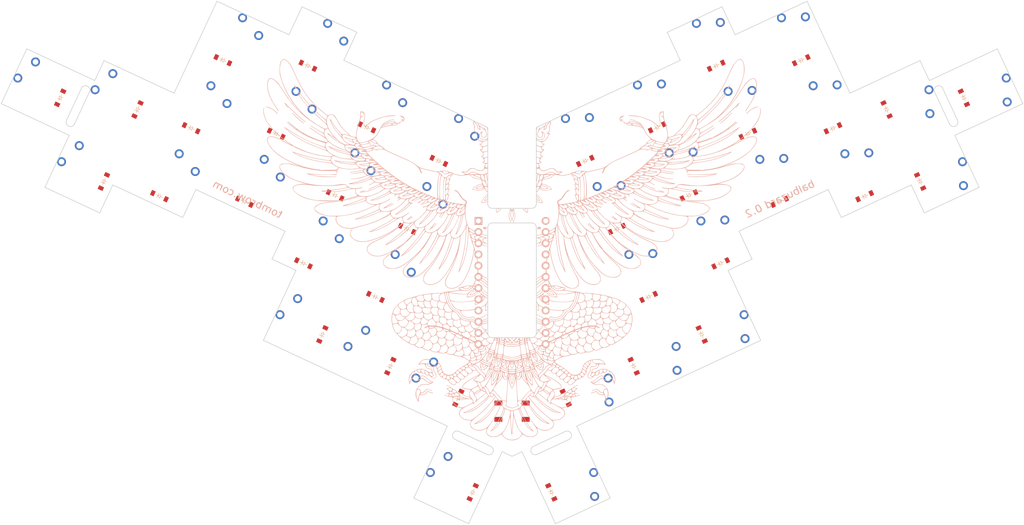
<source format=kicad_pcb>
(kicad_pcb (version 20171130) (host pcbnew "(5.1.8-0-10_14)")
  (title_block (title KEYBOARD_NAME_HERE) (rev VERSION_HERE) (company YOUR_NAME_HERE))
  (layers (0 F.Cu signal) (31 B.Cu signal) (34 B.Paste user) (35 F.Paste user) (36 B.SilkS user) (37 F.SilkS user) (38 B.Mask user) (39 F.Mask user) (44 Edge.Cuts user))
  (net 0 "")
  (net 1 pinky_bottom)
  (net 2 P20)
  (net 3 P8)
  (net 4 pinky_home)
  (net 5 P21)
  (net 6 pinky_top)
  (net 7 P2)
  (net 8 ring_bottom)
  (net 9 P19)
  (net 10 ring_home)
  (net 11 ring_top)
  (net 12 middle_bottom)
  (net 13 P18)
  (net 14 middle_home)
  (net 15 middle_top)
  (net 16 index_bottom)
  (net 17 P15)
  (net 18 index_home)
  (net 19 index_top)
  (net 20 inner_bottom)
  (net 21 P14)
  (net 22 inner_home)
  (net 23 inner_top)
  (net 24 nearer_thumb)
  (net 25 P16)
  (net 26 near_thumb)
  (net 27 home_thumb)
  (net 28 far_thumb)
  (net 29 mirror_pinky_bottom)
  (net 30 P3)
  (net 31 mirror_pinky_home)
  (net 32 mirror_pinky_top)
  (net 33 mirror_ring_bottom)
  (net 34 P4)
  (net 35 mirror_ring_home)
  (net 36 mirror_ring_top)
  (net 37 mirror_middle_bottom)
  (net 38 P5)
  (net 39 mirror_middle_home)
  (net 40 mirror_middle_top)
  (net 41 mirror_index_bottom)
  (net 42 P6)
  (net 43 mirror_index_home)
  (net 44 mirror_index_top)
  (net 45 mirror_inner_bottom)
  (net 46 P7)
  (net 47 mirror_inner_home)
  (net 48 mirror_inner_top)
  (net 49 mirror_nearer_thumb)
  (net 50 mirror_near_thumb)
  (net 51 mirror_home_thumb)
  (net 52 mirror_far_thumb)
  (net 53 RAW)
  (net 54 GND)
  (net 55 RST)
  (net 56 VCC)
  (net 57 P10)
  (net 58 P1)
  (net 59 P0)
  (net 60 P9)
  (module balbuzard_pro:artwork (layer F.Cu) (at 97.475 36.08546)
    (fp_text reference G*** hide)
    (fp_text value LOGO hide)
  )
  (module PG1350 (layer F.Cu) (at 0.453154 0.211309 65)
    (fp_text reference S1 hide)
    (fp_text value "" hide)
    (pad 1 thru_hole circle (at 5 -3.8) (size 2.032 2.032) (drill 1.27) (layers *.Cu *.Mask) (net 1 pinky_bottom))
    (pad 2 thru_hole circle (at 0 -5.9) (size 2.032 2.032) (drill 1.27) (layers *.Cu *.Mask) (net 2 P20))
    (pad "" np_thru_hole circle (at 0 0) (size 3.429 3.429) (drill 3.429) (layers *.Cu *.Mask))
    (pad "" np_thru_hole circle (at 5.5 0) (size 1.7018 1.7018) (drill 1.7018) (layers *.Cu *.Mask))
    (pad "" np_thru_hole circle (at -5.5 0) (size 1.7018 1.7018) (drill 1.7018) (layers *.Cu *.Mask))
  )
  (module ComboDiode (layer F.Cu) (at 4.712801 2.197615 65)
    (fp_text reference D1 hide)
    (fp_text value "" hide)
    (pad 1 smd rect (at -1.65 0 65) (size 0.9 1.2) (layers F.Cu F.Paste F.Mask) (net 3 P8))
    (pad 2 smd rect (at 1.65 0 65) (size 0.9 1.2) (layers F.Cu F.Paste F.Mask) (net 1 pinky_bottom))
  )
  (module PG1350 (layer F.Cu) (at 8.060283 -16.102231 65)
    (fp_text reference S2 hide)
    (fp_text value "" hide)
    (pad 1 thru_hole circle (at 5 -3.8) (size 2.032 2.032) (drill 1.27) (layers *.Cu *.Mask) (net 4 pinky_home))
    (pad 2 thru_hole circle (at 0 -5.9) (size 2.032 2.032) (drill 1.27) (layers *.Cu *.Mask) (net 2 P20))
    (pad "" np_thru_hole circle (at 0 0) (size 3.429 3.429) (drill 3.429) (layers *.Cu *.Mask))
    (pad "" np_thru_hole circle (at 5.5 0) (size 1.7018 1.7018) (drill 1.7018) (layers *.Cu *.Mask))
    (pad "" np_thru_hole circle (at -5.5 0) (size 1.7018 1.7018) (drill 1.7018) (layers *.Cu *.Mask))
  )
  (module ComboDiode (layer F.Cu) (at 12.319929 -14.115925 65)
    (fp_text reference D2 hide)
    (fp_text value "" hide)
    (pad 1 smd rect (at -1.65 0 65) (size 0.9 1.2) (layers F.Cu F.Paste F.Mask) (net 5 P21))
    (pad 2 smd rect (at 1.65 0 65) (size 0.9 1.2) (layers F.Cu F.Paste F.Mask) (net 4 pinky_home))
  )
  (module PG1350 (layer F.Cu) (at -9.460041 -18.755203 65)
    (fp_text reference S3 hide)
    (fp_text value "" hide)
    (pad 1 thru_hole circle (at 5 -3.8) (size 2.032 2.032) (drill 1.27) (layers *.Cu *.Mask) (net 6 pinky_top))
    (pad 2 thru_hole circle (at 0 -5.9) (size 2.032 2.032) (drill 1.27) (layers *.Cu *.Mask) (net 2 P20))
    (pad "" np_thru_hole circle (at 0 0) (size 3.429 3.429) (drill 3.429) (layers *.Cu *.Mask))
    (pad "" np_thru_hole circle (at 5.5 0) (size 1.7018 1.7018) (drill 1.7018) (layers *.Cu *.Mask))
    (pad "" np_thru_hole circle (at -5.5 0) (size 1.7018 1.7018) (drill 1.7018) (layers *.Cu *.Mask))
  )
  (module ComboDiode (layer F.Cu) (at -5.200395 -16.768897 65)
    (fp_text reference D3 hide)
    (fp_text value "" hide)
    (pad 1 smd rect (at -1.65 0 65) (size 0.9 1.2) (layers F.Cu F.Paste F.Mask) (net 7 P2))
    (pad 2 smd rect (at 1.65 0 65) (size 0.9 1.2) (layers F.Cu F.Paste F.Mask) (net 6 pinky_top))
  )
  (module PG1350 (layer F.Cu) (at 19.271868 1.262974 335)
    (fp_text reference S4 hide)
    (fp_text value "" hide)
    (pad 1 thru_hole circle (at 5 -3.8) (size 2.032 2.032) (drill 1.27) (layers *.Cu *.Mask) (net 8 ring_bottom))
    (pad 2 thru_hole circle (at 0 -5.9) (size 2.032 2.032) (drill 1.27) (layers *.Cu *.Mask) (net 9 P19))
    (pad "" np_thru_hole circle (at 0 0) (size 3.429 3.429) (drill 3.429) (layers *.Cu *.Mask))
    (pad "" np_thru_hole circle (at 5.5 0) (size 1.7018 1.7018) (drill 1.7018) (layers *.Cu *.Mask))
    (pad "" np_thru_hole circle (at -5.5 0) (size 1.7018 1.7018) (drill 1.7018) (layers *.Cu *.Mask))
  )
  (module ComboDiode (layer F.Cu) (at 17.285562 5.522621 335)
    (fp_text reference D4 hide)
    (fp_text value "" hide)
    (pad 1 smd rect (at -1.65 0 335) (size 0.9 1.2) (layers F.Cu F.Paste F.Mask) (net 3 P8))
    (pad 2 smd rect (at 1.65 0 335) (size 0.9 1.2) (layers F.Cu F.Paste F.Mask) (net 8 ring_bottom))
  )
  (module PG1350 (layer F.Cu) (at 26.456378 -14.144258 335)
    (fp_text reference S5 hide)
    (fp_text value "" hide)
    (pad 1 thru_hole circle (at 5 -3.8) (size 2.032 2.032) (drill 1.27) (layers *.Cu *.Mask) (net 10 ring_home))
    (pad 2 thru_hole circle (at 0 -5.9) (size 2.032 2.032) (drill 1.27) (layers *.Cu *.Mask) (net 9 P19))
    (pad "" np_thru_hole circle (at 0 0) (size 3.429 3.429) (drill 3.429) (layers *.Cu *.Mask))
    (pad "" np_thru_hole circle (at 5.5 0) (size 1.7018 1.7018) (drill 1.7018) (layers *.Cu *.Mask))
    (pad "" np_thru_hole circle (at -5.5 0) (size 1.7018 1.7018) (drill 1.7018) (layers *.Cu *.Mask))
  )
  (module ComboDiode (layer F.Cu) (at 24.470073 -9.884612 335)
    (fp_text reference D5 hide)
    (fp_text value "" hide)
    (pad 1 smd rect (at -1.65 0 335) (size 0.9 1.2) (layers F.Cu F.Paste F.Mask) (net 5 P21))
    (pad 2 smd rect (at 1.65 0 335) (size 0.9 1.2) (layers F.Cu F.Paste F.Mask) (net 10 ring_home))
  )
  (module PG1350 (layer F.Cu) (at 33.640889 -29.551491 335)
    (fp_text reference S6 hide)
    (fp_text value "" hide)
    (pad 1 thru_hole circle (at 5 -3.8) (size 2.032 2.032) (drill 1.27) (layers *.Cu *.Mask) (net 11 ring_top))
    (pad 2 thru_hole circle (at 0 -5.9) (size 2.032 2.032) (drill 1.27) (layers *.Cu *.Mask) (net 9 P19))
    (pad "" np_thru_hole circle (at 0 0) (size 3.429 3.429) (drill 3.429) (layers *.Cu *.Mask))
    (pad "" np_thru_hole circle (at 5.5 0) (size 1.7018 1.7018) (drill 1.7018) (layers *.Cu *.Mask))
    (pad "" np_thru_hole circle (at -5.5 0) (size 1.7018 1.7018) (drill 1.7018) (layers *.Cu *.Mask))
  )
  (module ComboDiode (layer F.Cu) (at 31.654583 -25.291844 335)
    (fp_text reference D6 hide)
    (fp_text value "" hide)
    (pad 1 smd rect (at -1.65 0 335) (size 0.9 1.2) (layers F.Cu F.Paste F.Mask) (net 7 P2))
    (pad 2 smd rect (at 1.65 0 335) (size 0.9 1.2) (layers F.Cu F.Paste F.Mask) (net 11 ring_top))
  )
  (module PG1350 (layer F.Cu) (at 38.543736 2.525948 335)
    (fp_text reference S7 hide)
    (fp_text value "" hide)
    (pad 1 thru_hole circle (at 5 -3.8) (size 2.032 2.032) (drill 1.27) (layers *.Cu *.Mask) (net 12 middle_bottom))
    (pad 2 thru_hole circle (at 0 -5.9) (size 2.032 2.032) (drill 1.27) (layers *.Cu *.Mask) (net 13 P18))
    (pad "" np_thru_hole circle (at 0 0) (size 3.429 3.429) (drill 3.429) (layers *.Cu *.Mask))
    (pad "" np_thru_hole circle (at 5.5 0) (size 1.7018 1.7018) (drill 1.7018) (layers *.Cu *.Mask))
    (pad "" np_thru_hole circle (at -5.5 0) (size 1.7018 1.7018) (drill 1.7018) (layers *.Cu *.Mask))
  )
  (module ComboDiode (layer F.Cu) (at 36.55743 6.785595 335)
    (fp_text reference D7 hide)
    (fp_text value "" hide)
    (pad 1 smd rect (at -1.65 0 335) (size 0.9 1.2) (layers F.Cu F.Paste F.Mask) (net 3 P8))
    (pad 2 smd rect (at 1.65 0 335) (size 0.9 1.2) (layers F.Cu F.Paste F.Mask) (net 12 middle_bottom))
  )
  (module PG1350 (layer F.Cu) (at 45.728246 -12.881284 335)
    (fp_text reference S8 hide)
    (fp_text value "" hide)
    (pad 1 thru_hole circle (at 5 -3.8) (size 2.032 2.032) (drill 1.27) (layers *.Cu *.Mask) (net 14 middle_home))
    (pad 2 thru_hole circle (at 0 -5.9) (size 2.032 2.032) (drill 1.27) (layers *.Cu *.Mask) (net 13 P18))
    (pad "" np_thru_hole circle (at 0 0) (size 3.429 3.429) (drill 3.429) (layers *.Cu *.Mask))
    (pad "" np_thru_hole circle (at 5.5 0) (size 1.7018 1.7018) (drill 1.7018) (layers *.Cu *.Mask))
    (pad "" np_thru_hole circle (at -5.5 0) (size 1.7018 1.7018) (drill 1.7018) (layers *.Cu *.Mask))
  )
  (module ComboDiode (layer F.Cu) (at 43.741941 -8.621637 335)
    (fp_text reference D8 hide)
    (fp_text value "" hide)
    (pad 1 smd rect (at -1.65 0 335) (size 0.9 1.2) (layers F.Cu F.Paste F.Mask) (net 5 P21))
    (pad 2 smd rect (at 1.65 0 335) (size 0.9 1.2) (layers F.Cu F.Paste F.Mask) (net 14 middle_home))
  )
  (module PG1350 (layer F.Cu) (at 52.912757 -28.288516 335)
    (fp_text reference S9 hide)
    (fp_text value "" hide)
    (pad 1 thru_hole circle (at 5 -3.8) (size 2.032 2.032) (drill 1.27) (layers *.Cu *.Mask) (net 15 middle_top))
    (pad 2 thru_hole circle (at 0 -5.9) (size 2.032 2.032) (drill 1.27) (layers *.Cu *.Mask) (net 13 P18))
    (pad "" np_thru_hole circle (at 0 0) (size 3.429 3.429) (drill 3.429) (layers *.Cu *.Mask))
    (pad "" np_thru_hole circle (at 5.5 0) (size 1.7018 1.7018) (drill 1.7018) (layers *.Cu *.Mask))
    (pad "" np_thru_hole circle (at -5.5 0) (size 1.7018 1.7018) (drill 1.7018) (layers *.Cu *.Mask))
  )
  (module ComboDiode (layer F.Cu) (at 50.926451 -24.02887 335)
    (fp_text reference D9 hide)
    (fp_text value "" hide)
    (pad 1 smd rect (at -1.65 0 335) (size 0.9 1.2) (layers F.Cu F.Paste F.Mask) (net 7 P2))
    (pad 2 smd rect (at 1.65 0 335) (size 0.9 1.2) (layers F.Cu F.Paste F.Mask) (net 15 middle_top))
  )
  (module PG1350 (layer F.Cu) (at 51.898948 16.477232 335)
    (fp_text reference S10 hide)
    (fp_text value "" hide)
    (pad 1 thru_hole circle (at 5 -3.8) (size 2.032 2.032) (drill 1.27) (layers *.Cu *.Mask) (net 16 index_bottom))
    (pad 2 thru_hole circle (at 0 -5.9) (size 2.032 2.032) (drill 1.27) (layers *.Cu *.Mask) (net 17 P15))
    (pad "" np_thru_hole circle (at 0 0) (size 3.429 3.429) (drill 3.429) (layers *.Cu *.Mask))
    (pad "" np_thru_hole circle (at 5.5 0) (size 1.7018 1.7018) (drill 1.7018) (layers *.Cu *.Mask))
    (pad "" np_thru_hole circle (at -5.5 0) (size 1.7018 1.7018) (drill 1.7018) (layers *.Cu *.Mask))
  )
  (module ComboDiode (layer F.Cu) (at 49.912643 20.736878 335)
    (fp_text reference D10 hide)
    (fp_text value "" hide)
    (pad 1 smd rect (at -1.65 0 335) (size 0.9 1.2) (layers F.Cu F.Paste F.Mask) (net 3 P8))
    (pad 2 smd rect (at 1.65 0 335) (size 0.9 1.2) (layers F.Cu F.Paste F.Mask) (net 16 index_bottom))
  )
  (module PG1350 (layer F.Cu) (at 59.083459 1.069999 335)
    (fp_text reference S11 hide)
    (fp_text value "" hide)
    (pad 1 thru_hole circle (at 5 -3.8) (size 2.032 2.032) (drill 1.27) (layers *.Cu *.Mask) (net 18 index_home))
    (pad 2 thru_hole circle (at 0 -5.9) (size 2.032 2.032) (drill 1.27) (layers *.Cu *.Mask) (net 17 P15))
    (pad "" np_thru_hole circle (at 0 0) (size 3.429 3.429) (drill 3.429) (layers *.Cu *.Mask))
    (pad "" np_thru_hole circle (at 5.5 0) (size 1.7018 1.7018) (drill 1.7018) (layers *.Cu *.Mask))
    (pad "" np_thru_hole circle (at -5.5 0) (size 1.7018 1.7018) (drill 1.7018) (layers *.Cu *.Mask))
  )
  (module ComboDiode (layer F.Cu) (at 57.097153 5.329646 335)
    (fp_text reference D11 hide)
    (fp_text value "" hide)
    (pad 1 smd rect (at -1.65 0 335) (size 0.9 1.2) (layers F.Cu F.Paste F.Mask) (net 5 P21))
    (pad 2 smd rect (at 1.65 0 335) (size 0.9 1.2) (layers F.Cu F.Paste F.Mask) (net 18 index_home))
  )
  (module PG1350 (layer F.Cu) (at 66.267969 -14.337233 335)
    (fp_text reference S12 hide)
    (fp_text value "" hide)
    (pad 1 thru_hole circle (at 5 -3.8) (size 2.032 2.032) (drill 1.27) (layers *.Cu *.Mask) (net 19 index_top))
    (pad 2 thru_hole circle (at 0 -5.9) (size 2.032 2.032) (drill 1.27) (layers *.Cu *.Mask) (net 17 P15))
    (pad "" np_thru_hole circle (at 0 0) (size 3.429 3.429) (drill 3.429) (layers *.Cu *.Mask))
    (pad "" np_thru_hole circle (at 5.5 0) (size 1.7018 1.7018) (drill 1.7018) (layers *.Cu *.Mask))
    (pad "" np_thru_hole circle (at -5.5 0) (size 1.7018 1.7018) (drill 1.7018) (layers *.Cu *.Mask))
  )
  (module ComboDiode (layer F.Cu) (at 64.281663 -10.077587 335)
    (fp_text reference D12 hide)
    (fp_text value "" hide)
    (pad 1 smd rect (at -1.65 0 335) (size 0.9 1.2) (layers F.Cu F.Paste F.Mask) (net 7 P2))
    (pad 2 smd rect (at 1.65 0 335) (size 0.9 1.2) (layers F.Cu F.Paste F.Mask) (net 19 index_top))
  )
  (module PG1350 (layer F.Cu) (at 68.212489 24.08436 335)
    (fp_text reference S13 hide)
    (fp_text value "" hide)
    (pad 1 thru_hole circle (at 5 -3.8) (size 2.032 2.032) (drill 1.27) (layers *.Cu *.Mask) (net 20 inner_bottom))
    (pad 2 thru_hole circle (at 0 -5.9) (size 2.032 2.032) (drill 1.27) (layers *.Cu *.Mask) (net 21 P14))
    (pad "" np_thru_hole circle (at 0 0) (size 3.429 3.429) (drill 3.429) (layers *.Cu *.Mask))
    (pad "" np_thru_hole circle (at 5.5 0) (size 1.7018 1.7018) (drill 1.7018) (layers *.Cu *.Mask))
    (pad "" np_thru_hole circle (at -5.5 0) (size 1.7018 1.7018) (drill 1.7018) (layers *.Cu *.Mask))
  )
  (module ComboDiode (layer F.Cu) (at 66.226183 28.344007 335)
    (fp_text reference D13 hide)
    (fp_text value "" hide)
    (pad 1 smd rect (at -1.65 0 335) (size 0.9 1.2) (layers F.Cu F.Paste F.Mask) (net 3 P8))
    (pad 2 smd rect (at 1.65 0 335) (size 0.9 1.2) (layers F.Cu F.Paste F.Mask) (net 20 inner_bottom))
  )
  (module PG1350 (layer F.Cu) (at 75.396999 8.677128 335)
    (fp_text reference S14 hide)
    (fp_text value "" hide)
    (pad 1 thru_hole circle (at 5 -3.8) (size 2.032 2.032) (drill 1.27) (layers *.Cu *.Mask) (net 22 inner_home))
    (pad 2 thru_hole circle (at 0 -5.9) (size 2.032 2.032) (drill 1.27) (layers *.Cu *.Mask) (net 21 P14))
    (pad "" np_thru_hole circle (at 0 0) (size 3.429 3.429) (drill 3.429) (layers *.Cu *.Mask))
    (pad "" np_thru_hole circle (at 5.5 0) (size 1.7018 1.7018) (drill 1.7018) (layers *.Cu *.Mask))
    (pad "" np_thru_hole circle (at -5.5 0) (size 1.7018 1.7018) (drill 1.7018) (layers *.Cu *.Mask))
  )
  (module ComboDiode (layer F.Cu) (at 73.410693 12.936775 335)
    (fp_text reference D14 hide)
    (fp_text value "" hide)
    (pad 1 smd rect (at -1.65 0 335) (size 0.9 1.2) (layers F.Cu F.Paste F.Mask) (net 5 P21))
    (pad 2 smd rect (at 1.65 0 335) (size 0.9 1.2) (layers F.Cu F.Paste F.Mask) (net 22 inner_home))
  )
  (module PG1350 (layer F.Cu) (at 82.581509 -6.730104 335)
    (fp_text reference S15 hide)
    (fp_text value "" hide)
    (pad 1 thru_hole circle (at 5 -3.8) (size 2.032 2.032) (drill 1.27) (layers *.Cu *.Mask) (net 23 inner_top))
    (pad 2 thru_hole circle (at 0 -5.9) (size 2.032 2.032) (drill 1.27) (layers *.Cu *.Mask) (net 21 P14))
    (pad "" np_thru_hole circle (at 0 0) (size 3.429 3.429) (drill 3.429) (layers *.Cu *.Mask))
    (pad "" np_thru_hole circle (at 5.5 0) (size 1.7018 1.7018) (drill 1.7018) (layers *.Cu *.Mask))
    (pad "" np_thru_hole circle (at -5.5 0) (size 1.7018 1.7018) (drill 1.7018) (layers *.Cu *.Mask))
  )
  (module ComboDiode (layer F.Cu) (at 80.595204 -2.470458 335)
    (fp_text reference D15 hide)
    (fp_text value "" hide)
    (pad 1 smd rect (at -1.65 0 335) (size 0.9 1.2) (layers F.Cu F.Paste F.Mask) (net 7 P2))
    (pad 2 smd rect (at 1.65 0 335) (size 0.9 1.2) (layers F.Cu F.Paste F.Mask) (net 23 inner_top))
  )
  (module PG1350 (layer F.Cu) (at 49.940976 34.873328 65)
    (fp_text reference S16 hide)
    (fp_text value "" hide)
    (pad 1 thru_hole circle (at 5 -3.8) (size 2.032 2.032) (drill 1.27) (layers *.Cu *.Mask) (net 24 nearer_thumb))
    (pad 2 thru_hole circle (at 0 -5.9) (size 2.032 2.032) (drill 1.27) (layers *.Cu *.Mask) (net 9 P19))
    (pad "" np_thru_hole circle (at 0 0) (size 3.429 3.429) (drill 3.429) (layers *.Cu *.Mask))
    (pad "" np_thru_hole circle (at 5.5 0) (size 1.7018 1.7018) (drill 1.7018) (layers *.Cu *.Mask))
    (pad "" np_thru_hole circle (at -5.5 0) (size 1.7018 1.7018) (drill 1.7018) (layers *.Cu *.Mask))
  )
  (module ComboDiode (layer F.Cu) (at 54.200622 36.859633 65)
    (fp_text reference D16 hide)
    (fp_text value "" hide)
    (pad 1 smd rect (at -1.65 0 65) (size 0.9 1.2) (layers F.Cu F.Paste F.Mask) (net 25 P16))
    (pad 2 smd rect (at 1.65 0 65) (size 0.9 1.2) (layers F.Cu F.Paste F.Mask) (net 24 nearer_thumb))
  )
  (module PG1350 (layer F.Cu) (at 65.348208 42.057838 65)
    (fp_text reference S17 hide)
    (fp_text value "" hide)
    (pad 1 thru_hole circle (at 5 -3.8) (size 2.032 2.032) (drill 1.27) (layers *.Cu *.Mask) (net 26 near_thumb))
    (pad 2 thru_hole circle (at 0 -5.9) (size 2.032 2.032) (drill 1.27) (layers *.Cu *.Mask) (net 13 P18))
    (pad "" np_thru_hole circle (at 0 0) (size 3.429 3.429) (drill 3.429) (layers *.Cu *.Mask))
    (pad "" np_thru_hole circle (at 5.5 0) (size 1.7018 1.7018) (drill 1.7018) (layers *.Cu *.Mask))
    (pad "" np_thru_hole circle (at -5.5 0) (size 1.7018 1.7018) (drill 1.7018) (layers *.Cu *.Mask))
  )
  (module ComboDiode (layer F.Cu) (at 69.607855 44.044144 65)
    (fp_text reference D17 hide)
    (fp_text value "" hide)
    (pad 1 smd rect (at -1.65 0 65) (size 0.9 1.2) (layers F.Cu F.Paste F.Mask) (net 25 P16))
    (pad 2 smd rect (at 1.65 0 65) (size 0.9 1.2) (layers F.Cu F.Paste F.Mask) (net 26 near_thumb))
  )
  (module PG1350 (layer F.Cu) (at 80.75544 49.242348 65)
    (fp_text reference S18 hide)
    (fp_text value "" hide)
    (pad 1 thru_hole circle (at 5 -3.8) (size 2.032 2.032) (drill 1.27) (layers *.Cu *.Mask) (net 27 home_thumb))
    (pad 2 thru_hole circle (at 0 -5.9) (size 2.032 2.032) (drill 1.27) (layers *.Cu *.Mask) (net 17 P15))
    (pad "" np_thru_hole circle (at 0 0) (size 3.429 3.429) (drill 3.429) (layers *.Cu *.Mask))
    (pad "" np_thru_hole circle (at 5.5 0) (size 1.7018 1.7018) (drill 1.7018) (layers *.Cu *.Mask))
    (pad "" np_thru_hole circle (at -5.5 0) (size 1.7018 1.7018) (drill 1.7018) (layers *.Cu *.Mask))
  )
  (module ComboDiode (layer F.Cu) (at 85.015087 51.228654 65)
    (fp_text reference D18 hide)
    (fp_text value "" hide)
    (pad 1 smd rect (at -1.65 0 65) (size 0.9 1.2) (layers F.Cu F.Paste F.Mask) (net 25 P16))
    (pad 2 smd rect (at 1.65 0 65) (size 0.9 1.2) (layers F.Cu F.Paste F.Mask) (net 27 home_thumb))
  )
  (module PG1350 (layer F.Cu) (at 84.024005 70.627308 65)
    (fp_text reference S19 hide)
    (fp_text value "" hide)
    (pad 1 thru_hole circle (at 5 -3.8) (size 2.032 2.032) (drill 1.27) (layers *.Cu *.Mask) (net 28 far_thumb))
    (pad 2 thru_hole circle (at 0 -5.9) (size 2.032 2.032) (drill 1.27) (layers *.Cu *.Mask) (net 21 P14))
    (pad "" np_thru_hole circle (at 0 0) (size 3.429 3.429) (drill 3.429) (layers *.Cu *.Mask))
    (pad "" np_thru_hole circle (at 5.5 0) (size 1.7018 1.7018) (drill 1.7018) (layers *.Cu *.Mask))
    (pad "" np_thru_hole circle (at -5.5 0) (size 1.7018 1.7018) (drill 1.7018) (layers *.Cu *.Mask))
  )
  (module ComboDiode (layer F.Cu) (at 88.283652 72.613614 65)
    (fp_text reference D19 hide)
    (fp_text value "" hide)
    (pad 1 smd rect (at -1.65 0 65) (size 0.9 1.2) (layers F.Cu F.Paste F.Mask) (net 25 P16))
    (pad 2 smd rect (at 1.65 0 65) (size 0.9 1.2) (layers F.Cu F.Paste F.Mask) (net 28 far_thumb))
  )
  (module PG1350 (layer F.Cu) (at 193.916152 0.211309 295)
    (fp_text reference S20 hide)
    (fp_text value "" hide)
    (pad 1 thru_hole circle (at 5 -3.8) (size 2.032 2.032) (drill 1.27) (layers *.Cu *.Mask) (net 29 mirror_pinky_bottom))
    (pad 2 thru_hole circle (at 0 -5.9) (size 2.032 2.032) (drill 1.27) (layers *.Cu *.Mask) (net 30 P3))
    (pad "" np_thru_hole circle (at 0 0) (size 3.429 3.429) (drill 3.429) (layers *.Cu *.Mask))
    (pad "" np_thru_hole circle (at 5.5 0) (size 1.7018 1.7018) (drill 1.7018) (layers *.Cu *.Mask))
    (pad "" np_thru_hole circle (at -5.5 0) (size 1.7018 1.7018) (drill 1.7018) (layers *.Cu *.Mask))
  )
  (module ComboDiode (layer F.Cu) (at 189.656505 2.197615 295)
    (fp_text reference D20 hide)
    (fp_text value "" hide)
    (pad 1 smd rect (at -1.65 0 295) (size 0.9 1.2) (layers F.Cu F.Paste F.Mask) (net 3 P8))
    (pad 2 smd rect (at 1.65 0 295) (size 0.9 1.2) (layers F.Cu F.Paste F.Mask) (net 29 mirror_pinky_bottom))
  )
  (module PG1350 (layer F.Cu) (at 186.309023 -16.102231 295)
    (fp_text reference S21 hide)
    (fp_text value "" hide)
    (pad 1 thru_hole circle (at 5 -3.8) (size 2.032 2.032) (drill 1.27) (layers *.Cu *.Mask) (net 31 mirror_pinky_home))
    (pad 2 thru_hole circle (at 0 -5.9) (size 2.032 2.032) (drill 1.27) (layers *.Cu *.Mask) (net 30 P3))
    (pad "" np_thru_hole circle (at 0 0) (size 3.429 3.429) (drill 3.429) (layers *.Cu *.Mask))
    (pad "" np_thru_hole circle (at 5.5 0) (size 1.7018 1.7018) (drill 1.7018) (layers *.Cu *.Mask))
    (pad "" np_thru_hole circle (at -5.5 0) (size 1.7018 1.7018) (drill 1.7018) (layers *.Cu *.Mask))
  )
  (module ComboDiode (layer F.Cu) (at 182.049376 -14.115925 295)
    (fp_text reference D21 hide)
    (fp_text value "" hide)
    (pad 1 smd rect (at -1.65 0 295) (size 0.9 1.2) (layers F.Cu F.Paste F.Mask) (net 5 P21))
    (pad 2 smd rect (at 1.65 0 295) (size 0.9 1.2) (layers F.Cu F.Paste F.Mask) (net 31 mirror_pinky_home))
  )
  (module PG1350 (layer F.Cu) (at 203.829347 -18.755203 295)
    (fp_text reference S22 hide)
    (fp_text value "" hide)
    (pad 1 thru_hole circle (at 5 -3.8) (size 2.032 2.032) (drill 1.27) (layers *.Cu *.Mask) (net 32 mirror_pinky_top))
    (pad 2 thru_hole circle (at 0 -5.9) (size 2.032 2.032) (drill 1.27) (layers *.Cu *.Mask) (net 30 P3))
    (pad "" np_thru_hole circle (at 0 0) (size 3.429 3.429) (drill 3.429) (layers *.Cu *.Mask))
    (pad "" np_thru_hole circle (at 5.5 0) (size 1.7018 1.7018) (drill 1.7018) (layers *.Cu *.Mask))
    (pad "" np_thru_hole circle (at -5.5 0) (size 1.7018 1.7018) (drill 1.7018) (layers *.Cu *.Mask))
  )
  (module ComboDiode (layer F.Cu) (at 199.5697 -16.768897 295)
    (fp_text reference D22 hide)
    (fp_text value "" hide)
    (pad 1 smd rect (at -1.65 0 295) (size 0.9 1.2) (layers F.Cu F.Paste F.Mask) (net 7 P2))
    (pad 2 smd rect (at 1.65 0 295) (size 0.9 1.2) (layers F.Cu F.Paste F.Mask) (net 32 mirror_pinky_top))
  )
  (module PG1350 (layer F.Cu) (at 175.097438 1.262974 25)
    (fp_text reference S23 hide)
    (fp_text value "" hide)
    (pad 1 thru_hole circle (at 5 -3.8) (size 2.032 2.032) (drill 1.27) (layers *.Cu *.Mask) (net 33 mirror_ring_bottom))
    (pad 2 thru_hole circle (at 0 -5.9) (size 2.032 2.032) (drill 1.27) (layers *.Cu *.Mask) (net 34 P4))
    (pad "" np_thru_hole circle (at 0 0) (size 3.429 3.429) (drill 3.429) (layers *.Cu *.Mask))
    (pad "" np_thru_hole circle (at 5.5 0) (size 1.7018 1.7018) (drill 1.7018) (layers *.Cu *.Mask))
    (pad "" np_thru_hole circle (at -5.5 0) (size 1.7018 1.7018) (drill 1.7018) (layers *.Cu *.Mask))
  )
  (module ComboDiode (layer F.Cu) (at 177.083743 5.522621 25)
    (fp_text reference D23 hide)
    (fp_text value "" hide)
    (pad 1 smd rect (at -1.65 0 25) (size 0.9 1.2) (layers F.Cu F.Paste F.Mask) (net 3 P8))
    (pad 2 smd rect (at 1.65 0 25) (size 0.9 1.2) (layers F.Cu F.Paste F.Mask) (net 33 mirror_ring_bottom))
  )
  (module PG1350 (layer F.Cu) (at 167.912927 -14.144258 25)
    (fp_text reference S24 hide)
    (fp_text value "" hide)
    (pad 1 thru_hole circle (at 5 -3.8) (size 2.032 2.032) (drill 1.27) (layers *.Cu *.Mask) (net 35 mirror_ring_home))
    (pad 2 thru_hole circle (at 0 -5.9) (size 2.032 2.032) (drill 1.27) (layers *.Cu *.Mask) (net 34 P4))
    (pad "" np_thru_hole circle (at 0 0) (size 3.429 3.429) (drill 3.429) (layers *.Cu *.Mask))
    (pad "" np_thru_hole circle (at 5.5 0) (size 1.7018 1.7018) (drill 1.7018) (layers *.Cu *.Mask))
    (pad "" np_thru_hole circle (at -5.5 0) (size 1.7018 1.7018) (drill 1.7018) (layers *.Cu *.Mask))
  )
  (module ComboDiode (layer F.Cu) (at 169.899233 -9.884612 25)
    (fp_text reference D24 hide)
    (fp_text value "" hide)
    (pad 1 smd rect (at -1.65 0 25) (size 0.9 1.2) (layers F.Cu F.Paste F.Mask) (net 5 P21))
    (pad 2 smd rect (at 1.65 0 25) (size 0.9 1.2) (layers F.Cu F.Paste F.Mask) (net 35 mirror_ring_home))
  )
  (module PG1350 (layer F.Cu) (at 160.728417 -29.551491 25)
    (fp_text reference S25 hide)
    (fp_text value "" hide)
    (pad 1 thru_hole circle (at 5 -3.8) (size 2.032 2.032) (drill 1.27) (layers *.Cu *.Mask) (net 36 mirror_ring_top))
    (pad 2 thru_hole circle (at 0 -5.9) (size 2.032 2.032) (drill 1.27) (layers *.Cu *.Mask) (net 34 P4))
    (pad "" np_thru_hole circle (at 0 0) (size 3.429 3.429) (drill 3.429) (layers *.Cu *.Mask))
    (pad "" np_thru_hole circle (at 5.5 0) (size 1.7018 1.7018) (drill 1.7018) (layers *.Cu *.Mask))
    (pad "" np_thru_hole circle (at -5.5 0) (size 1.7018 1.7018) (drill 1.7018) (layers *.Cu *.Mask))
  )
  (module ComboDiode (layer F.Cu) (at 162.714723 -25.291844 25)
    (fp_text reference D25 hide)
    (fp_text value "" hide)
    (pad 1 smd rect (at -1.65 0 25) (size 0.9 1.2) (layers F.Cu F.Paste F.Mask) (net 7 P2))
    (pad 2 smd rect (at 1.65 0 25) (size 0.9 1.2) (layers F.Cu F.Paste F.Mask) (net 36 mirror_ring_top))
  )
  (module PG1350 (layer F.Cu) (at 155.82557 2.525948 25)
    (fp_text reference S26 hide)
    (fp_text value "" hide)
    (pad 1 thru_hole circle (at 5 -3.8) (size 2.032 2.032) (drill 1.27) (layers *.Cu *.Mask) (net 37 mirror_middle_bottom))
    (pad 2 thru_hole circle (at 0 -5.9) (size 2.032 2.032) (drill 1.27) (layers *.Cu *.Mask) (net 38 P5))
    (pad "" np_thru_hole circle (at 0 0) (size 3.429 3.429) (drill 3.429) (layers *.Cu *.Mask))
    (pad "" np_thru_hole circle (at 5.5 0) (size 1.7018 1.7018) (drill 1.7018) (layers *.Cu *.Mask))
    (pad "" np_thru_hole circle (at -5.5 0) (size 1.7018 1.7018) (drill 1.7018) (layers *.Cu *.Mask))
  )
  (module ComboDiode (layer F.Cu) (at 157.811875 6.785595 25)
    (fp_text reference D26 hide)
    (fp_text value "" hide)
    (pad 1 smd rect (at -1.65 0 25) (size 0.9 1.2) (layers F.Cu F.Paste F.Mask) (net 3 P8))
    (pad 2 smd rect (at 1.65 0 25) (size 0.9 1.2) (layers F.Cu F.Paste F.Mask) (net 37 mirror_middle_bottom))
  )
  (module PG1350 (layer F.Cu) (at 148.641059 -12.881284 25)
    (fp_text reference S27 hide)
    (fp_text value "" hide)
    (pad 1 thru_hole circle (at 5 -3.8) (size 2.032 2.032) (drill 1.27) (layers *.Cu *.Mask) (net 39 mirror_middle_home))
    (pad 2 thru_hole circle (at 0 -5.9) (size 2.032 2.032) (drill 1.27) (layers *.Cu *.Mask) (net 38 P5))
    (pad "" np_thru_hole circle (at 0 0) (size 3.429 3.429) (drill 3.429) (layers *.Cu *.Mask))
    (pad "" np_thru_hole circle (at 5.5 0) (size 1.7018 1.7018) (drill 1.7018) (layers *.Cu *.Mask))
    (pad "" np_thru_hole circle (at -5.5 0) (size 1.7018 1.7018) (drill 1.7018) (layers *.Cu *.Mask))
  )
  (module ComboDiode (layer F.Cu) (at 150.627365 -8.621637 25)
    (fp_text reference D27 hide)
    (fp_text value "" hide)
    (pad 1 smd rect (at -1.65 0 25) (size 0.9 1.2) (layers F.Cu F.Paste F.Mask) (net 5 P21))
    (pad 2 smd rect (at 1.65 0 25) (size 0.9 1.2) (layers F.Cu F.Paste F.Mask) (net 39 mirror_middle_home))
  )
  (module PG1350 (layer F.Cu) (at 141.456549 -28.288516 25)
    (fp_text reference S28 hide)
    (fp_text value "" hide)
    (pad 1 thru_hole circle (at 5 -3.8) (size 2.032 2.032) (drill 1.27) (layers *.Cu *.Mask) (net 40 mirror_middle_top))
    (pad 2 thru_hole circle (at 0 -5.9) (size 2.032 2.032) (drill 1.27) (layers *.Cu *.Mask) (net 38 P5))
    (pad "" np_thru_hole circle (at 0 0) (size 3.429 3.429) (drill 3.429) (layers *.Cu *.Mask))
    (pad "" np_thru_hole circle (at 5.5 0) (size 1.7018 1.7018) (drill 1.7018) (layers *.Cu *.Mask))
    (pad "" np_thru_hole circle (at -5.5 0) (size 1.7018 1.7018) (drill 1.7018) (layers *.Cu *.Mask))
  )
  (module ComboDiode (layer F.Cu) (at 143.442855 -24.02887 25)
    (fp_text reference D28 hide)
    (fp_text value "" hide)
    (pad 1 smd rect (at -1.65 0 25) (size 0.9 1.2) (layers F.Cu F.Paste F.Mask) (net 7 P2))
    (pad 2 smd rect (at 1.65 0 25) (size 0.9 1.2) (layers F.Cu F.Paste F.Mask) (net 40 mirror_middle_top))
  )
  (module PG1350 (layer F.Cu) (at 142.470357 16.477232 25)
    (fp_text reference S29 hide)
    (fp_text value "" hide)
    (pad 1 thru_hole circle (at 5 -3.8) (size 2.032 2.032) (drill 1.27) (layers *.Cu *.Mask) (net 41 mirror_index_bottom))
    (pad 2 thru_hole circle (at 0 -5.9) (size 2.032 2.032) (drill 1.27) (layers *.Cu *.Mask) (net 42 P6))
    (pad "" np_thru_hole circle (at 0 0) (size 3.429 3.429) (drill 3.429) (layers *.Cu *.Mask))
    (pad "" np_thru_hole circle (at 5.5 0) (size 1.7018 1.7018) (drill 1.7018) (layers *.Cu *.Mask))
    (pad "" np_thru_hole circle (at -5.5 0) (size 1.7018 1.7018) (drill 1.7018) (layers *.Cu *.Mask))
  )
  (module ComboDiode (layer F.Cu) (at 144.456663 20.736878 25)
    (fp_text reference D29 hide)
    (fp_text value "" hide)
    (pad 1 smd rect (at -1.65 0 25) (size 0.9 1.2) (layers F.Cu F.Paste F.Mask) (net 3 P8))
    (pad 2 smd rect (at 1.65 0 25) (size 0.9 1.2) (layers F.Cu F.Paste F.Mask) (net 41 mirror_index_bottom))
  )
  (module PG1350 (layer F.Cu) (at 135.285847 1.069999 25)
    (fp_text reference S30 hide)
    (fp_text value "" hide)
    (pad 1 thru_hole circle (at 5 -3.8) (size 2.032 2.032) (drill 1.27) (layers *.Cu *.Mask) (net 43 mirror_index_home))
    (pad 2 thru_hole circle (at 0 -5.9) (size 2.032 2.032) (drill 1.27) (layers *.Cu *.Mask) (net 42 P6))
    (pad "" np_thru_hole circle (at 0 0) (size 3.429 3.429) (drill 3.429) (layers *.Cu *.Mask))
    (pad "" np_thru_hole circle (at 5.5 0) (size 1.7018 1.7018) (drill 1.7018) (layers *.Cu *.Mask))
    (pad "" np_thru_hole circle (at -5.5 0) (size 1.7018 1.7018) (drill 1.7018) (layers *.Cu *.Mask))
  )
  (module ComboDiode (layer F.Cu) (at 137.272153 5.329646 25)
    (fp_text reference D30 hide)
    (fp_text value "" hide)
    (pad 1 smd rect (at -1.65 0 25) (size 0.9 1.2) (layers F.Cu F.Paste F.Mask) (net 5 P21))
    (pad 2 smd rect (at 1.65 0 25) (size 0.9 1.2) (layers F.Cu F.Paste F.Mask) (net 43 mirror_index_home))
  )
  (module PG1350 (layer F.Cu) (at 128.101336 -14.337233 25)
    (fp_text reference S31 hide)
    (fp_text value "" hide)
    (pad 1 thru_hole circle (at 5 -3.8) (size 2.032 2.032) (drill 1.27) (layers *.Cu *.Mask) (net 44 mirror_index_top))
    (pad 2 thru_hole circle (at 0 -5.9) (size 2.032 2.032) (drill 1.27) (layers *.Cu *.Mask) (net 42 P6))
    (pad "" np_thru_hole circle (at 0 0) (size 3.429 3.429) (drill 3.429) (layers *.Cu *.Mask))
    (pad "" np_thru_hole circle (at 5.5 0) (size 1.7018 1.7018) (drill 1.7018) (layers *.Cu *.Mask))
    (pad "" np_thru_hole circle (at -5.5 0) (size 1.7018 1.7018) (drill 1.7018) (layers *.Cu *.Mask))
  )
  (module ComboDiode (layer F.Cu) (at 130.087642 -10.077587 25)
    (fp_text reference D31 hide)
    (fp_text value "" hide)
    (pad 1 smd rect (at -1.65 0 25) (size 0.9 1.2) (layers F.Cu F.Paste F.Mask) (net 7 P2))
    (pad 2 smd rect (at 1.65 0 25) (size 0.9 1.2) (layers F.Cu F.Paste F.Mask) (net 44 mirror_index_top))
  )
  (module PG1350 (layer F.Cu) (at 126.156817 24.08436 25)
    (fp_text reference S32 hide)
    (fp_text value "" hide)
    (pad 1 thru_hole circle (at 5 -3.8) (size 2.032 2.032) (drill 1.27) (layers *.Cu *.Mask) (net 45 mirror_inner_bottom))
    (pad 2 thru_hole circle (at 0 -5.9) (size 2.032 2.032) (drill 1.27) (layers *.Cu *.Mask) (net 46 P7))
    (pad "" np_thru_hole circle (at 0 0) (size 3.429 3.429) (drill 3.429) (layers *.Cu *.Mask))
    (pad "" np_thru_hole circle (at 5.5 0) (size 1.7018 1.7018) (drill 1.7018) (layers *.Cu *.Mask))
    (pad "" np_thru_hole circle (at -5.5 0) (size 1.7018 1.7018) (drill 1.7018) (layers *.Cu *.Mask))
  )
  (module ComboDiode (layer F.Cu) (at 128.143123 28.344007 25)
    (fp_text reference D32 hide)
    (fp_text value "" hide)
    (pad 1 smd rect (at -1.65 0 25) (size 0.9 1.2) (layers F.Cu F.Paste F.Mask) (net 3 P8))
    (pad 2 smd rect (at 1.65 0 25) (size 0.9 1.2) (layers F.Cu F.Paste F.Mask) (net 45 mirror_inner_bottom))
  )
  (module PG1350 (layer F.Cu) (at 118.972307 8.677128 25)
    (fp_text reference S33 hide)
    (fp_text value "" hide)
    (pad 1 thru_hole circle (at 5 -3.8) (size 2.032 2.032) (drill 1.27) (layers *.Cu *.Mask) (net 47 mirror_inner_home))
    (pad 2 thru_hole circle (at 0 -5.9) (size 2.032 2.032) (drill 1.27) (layers *.Cu *.Mask) (net 46 P7))
    (pad "" np_thru_hole circle (at 0 0) (size 3.429 3.429) (drill 3.429) (layers *.Cu *.Mask))
    (pad "" np_thru_hole circle (at 5.5 0) (size 1.7018 1.7018) (drill 1.7018) (layers *.Cu *.Mask))
    (pad "" np_thru_hole circle (at -5.5 0) (size 1.7018 1.7018) (drill 1.7018) (layers *.Cu *.Mask))
  )
  (module ComboDiode (layer F.Cu) (at 120.958613 12.936775 25)
    (fp_text reference D33 hide)
    (fp_text value "" hide)
    (pad 1 smd rect (at -1.65 0 25) (size 0.9 1.2) (layers F.Cu F.Paste F.Mask) (net 5 P21))
    (pad 2 smd rect (at 1.65 0 25) (size 0.9 1.2) (layers F.Cu F.Paste F.Mask) (net 47 mirror_inner_home))
  )
  (module PG1350 (layer F.Cu) (at 111.787796 -6.730104 25)
    (fp_text reference S34 hide)
    (fp_text value "" hide)
    (pad 1 thru_hole circle (at 5 -3.8) (size 2.032 2.032) (drill 1.27) (layers *.Cu *.Mask) (net 48 mirror_inner_top))
    (pad 2 thru_hole circle (at 0 -5.9) (size 2.032 2.032) (drill 1.27) (layers *.Cu *.Mask) (net 46 P7))
    (pad "" np_thru_hole circle (at 0 0) (size 3.429 3.429) (drill 3.429) (layers *.Cu *.Mask))
    (pad "" np_thru_hole circle (at 5.5 0) (size 1.7018 1.7018) (drill 1.7018) (layers *.Cu *.Mask))
    (pad "" np_thru_hole circle (at -5.5 0) (size 1.7018 1.7018) (drill 1.7018) (layers *.Cu *.Mask))
  )
  (module ComboDiode (layer F.Cu) (at 113.774102 -2.470458 25)
    (fp_text reference D34 hide)
    (fp_text value "" hide)
    (pad 1 smd rect (at -1.65 0 25) (size 0.9 1.2) (layers F.Cu F.Paste F.Mask) (net 7 P2))
    (pad 2 smd rect (at 1.65 0 25) (size 0.9 1.2) (layers F.Cu F.Paste F.Mask) (net 48 mirror_inner_top))
  )
  (module PG1350 (layer F.Cu) (at 144.42833 34.873328 295)
    (fp_text reference S35 hide)
    (fp_text value "" hide)
    (pad 1 thru_hole circle (at 5 -3.8) (size 2.032 2.032) (drill 1.27) (layers *.Cu *.Mask) (net 49 mirror_nearer_thumb))
    (pad 2 thru_hole circle (at 0 -5.9) (size 2.032 2.032) (drill 1.27) (layers *.Cu *.Mask) (net 34 P4))
    (pad "" np_thru_hole circle (at 0 0) (size 3.429 3.429) (drill 3.429) (layers *.Cu *.Mask))
    (pad "" np_thru_hole circle (at 5.5 0) (size 1.7018 1.7018) (drill 1.7018) (layers *.Cu *.Mask))
    (pad "" np_thru_hole circle (at -5.5 0) (size 1.7018 1.7018) (drill 1.7018) (layers *.Cu *.Mask))
  )
  (module ComboDiode (layer F.Cu) (at 140.168684 36.859633 295)
    (fp_text reference D35 hide)
    (fp_text value "" hide)
    (pad 1 smd rect (at -1.65 0 295) (size 0.9 1.2) (layers F.Cu F.Paste F.Mask) (net 25 P16))
    (pad 2 smd rect (at 1.65 0 295) (size 0.9 1.2) (layers F.Cu F.Paste F.Mask) (net 49 mirror_nearer_thumb))
  )
  (module PG1350 (layer F.Cu) (at 129.021098 42.057838 295)
    (fp_text reference S36 hide)
    (fp_text value "" hide)
    (pad 1 thru_hole circle (at 5 -3.8) (size 2.032 2.032) (drill 1.27) (layers *.Cu *.Mask) (net 50 mirror_near_thumb))
    (pad 2 thru_hole circle (at 0 -5.9) (size 2.032 2.032) (drill 1.27) (layers *.Cu *.Mask) (net 38 P5))
    (pad "" np_thru_hole circle (at 0 0) (size 3.429 3.429) (drill 3.429) (layers *.Cu *.Mask))
    (pad "" np_thru_hole circle (at 5.5 0) (size 1.7018 1.7018) (drill 1.7018) (layers *.Cu *.Mask))
    (pad "" np_thru_hole circle (at -5.5 0) (size 1.7018 1.7018) (drill 1.7018) (layers *.Cu *.Mask))
  )
  (module ComboDiode (layer F.Cu) (at 124.761451 44.044144 295)
    (fp_text reference D36 hide)
    (fp_text value "" hide)
    (pad 1 smd rect (at -1.65 0 295) (size 0.9 1.2) (layers F.Cu F.Paste F.Mask) (net 25 P16))
    (pad 2 smd rect (at 1.65 0 295) (size 0.9 1.2) (layers F.Cu F.Paste F.Mask) (net 50 mirror_near_thumb))
  )
  (module PG1350 (layer F.Cu) (at 113.613865 49.242348 295)
    (fp_text reference S37 hide)
    (fp_text value "" hide)
    (pad 1 thru_hole circle (at 5 -3.8) (size 2.032 2.032) (drill 1.27) (layers *.Cu *.Mask) (net 51 mirror_home_thumb))
    (pad 2 thru_hole circle (at 0 -5.9) (size 2.032 2.032) (drill 1.27) (layers *.Cu *.Mask) (net 42 P6))
    (pad "" np_thru_hole circle (at 0 0) (size 3.429 3.429) (drill 3.429) (layers *.Cu *.Mask))
    (pad "" np_thru_hole circle (at 5.5 0) (size 1.7018 1.7018) (drill 1.7018) (layers *.Cu *.Mask))
    (pad "" np_thru_hole circle (at -5.5 0) (size 1.7018 1.7018) (drill 1.7018) (layers *.Cu *.Mask))
  )
  (module ComboDiode (layer F.Cu) (at 109.354219 51.228654 295)
    (fp_text reference D37 hide)
    (fp_text value "" hide)
    (pad 1 smd rect (at -1.65 0 295) (size 0.9 1.2) (layers F.Cu F.Paste F.Mask) (net 25 P16))
    (pad 2 smd rect (at 1.65 0 295) (size 0.9 1.2) (layers F.Cu F.Paste F.Mask) (net 51 mirror_home_thumb))
  )
  (module PG1350 (layer F.Cu) (at 110.345301 70.627308 295)
    (fp_text reference S38 hide)
    (fp_text value "" hide)
    (pad 1 thru_hole circle (at 5 -3.8) (size 2.032 2.032) (drill 1.27) (layers *.Cu *.Mask) (net 52 mirror_far_thumb))
    (pad 2 thru_hole circle (at 0 -5.9) (size 2.032 2.032) (drill 1.27) (layers *.Cu *.Mask) (net 46 P7))
    (pad "" np_thru_hole circle (at 0 0) (size 3.429 3.429) (drill 3.429) (layers *.Cu *.Mask))
    (pad "" np_thru_hole circle (at 5.5 0) (size 1.7018 1.7018) (drill 1.7018) (layers *.Cu *.Mask))
    (pad "" np_thru_hole circle (at -5.5 0) (size 1.7018 1.7018) (drill 1.7018) (layers *.Cu *.Mask))
  )
  (module ComboDiode (layer F.Cu) (at 106.085654 72.613614 295)
    (fp_text reference D38 hide)
    (fp_text value "" hide)
    (pad 1 smd rect (at -1.65 0 295) (size 0.9 1.2) (layers F.Cu F.Paste F.Mask) (net 25 P16))
    (pad 2 smd rect (at 1.65 0 295) (size 0.9 1.2) (layers F.Cu F.Paste F.Mask) (net 52 mirror_far_thumb))
  )
  (module ProMicro (layer F.Cu) (at 97.184653 25.08436 270)
    (fp_text reference "" (at 0 0 270) (layer F.SilkS) (effects (font (size 1.27 1.27))))
    (fp_text value "" (at 0 0 270) (layer F.SilkS) (effects (font (size 1.27 1.27))))
    (pad 1 thru_hole rect (at -13.97 7.62 270) (size 1.7526 1.7526) (drill 1.0922) (layers *.Cu *.SilkS *.Mask) (net 53 RAW))
    (pad 2 thru_hole circle (at -11.43 7.62) (size 1.7526 1.7526) (drill 1.0922) (layers *.Cu *.SilkS *.Mask) (net 54 GND))
    (pad 3 thru_hole circle (at -8.89 7.62) (size 1.7526 1.7526) (drill 1.0922) (layers *.Cu *.SilkS *.Mask) (net 55 RST))
    (pad 4 thru_hole circle (at -6.35 7.62) (size 1.7526 1.7526) (drill 1.0922) (layers *.Cu *.SilkS *.Mask) (net 56 VCC))
    (pad 5 thru_hole circle (at -3.81 7.62) (size 1.7526 1.7526) (drill 1.0922) (layers *.Cu *.SilkS *.Mask) (net 5 P21))
    (pad 6 thru_hole circle (at -1.27 7.62) (size 1.7526 1.7526) (drill 1.0922) (layers *.Cu *.SilkS *.Mask) (net 2 P20))
    (pad 7 thru_hole circle (at 1.27 7.62) (size 1.7526 1.7526) (drill 1.0922) (layers *.Cu *.SilkS *.Mask) (net 9 P19))
    (pad 8 thru_hole circle (at 3.81 7.62) (size 1.7526 1.7526) (drill 1.0922) (layers *.Cu *.SilkS *.Mask) (net 13 P18))
    (pad 9 thru_hole circle (at 6.35 7.62) (size 1.7526 1.7526) (drill 1.0922) (layers *.Cu *.SilkS *.Mask) (net 17 P15))
    (pad 10 thru_hole circle (at 8.89 7.62) (size 1.7526 1.7526) (drill 1.0922) (layers *.Cu *.SilkS *.Mask) (net 21 P14))
    (pad 11 thru_hole circle (at 11.43 7.62) (size 1.7526 1.7526) (drill 1.0922) (layers *.Cu *.SilkS *.Mask) (net 25 P16))
    (pad 12 thru_hole circle (at 13.97 7.62) (size 1.7526 1.7526) (drill 1.0922) (layers *.Cu *.SilkS *.Mask) (net 57 P10))
    (pad 13 thru_hole circle (at -13.97 -7.62) (size 1.7526 1.7526) (drill 1.0922) (layers *.Cu *.SilkS *.Mask) (net 58 P1))
    (pad 14 thru_hole circle (at -11.43 -7.62) (size 1.7526 1.7526) (drill 1.0922) (layers *.Cu *.SilkS *.Mask) (net 59 P0))
    (pad 15 thru_hole circle (at -8.89 -7.62) (size 1.7526 1.7526) (drill 1.0922) (layers *.Cu *.SilkS *.Mask) (net 54 GND))
    (pad 16 thru_hole circle (at -6.35 -7.62) (size 1.7526 1.7526) (drill 1.0922) (layers *.Cu *.SilkS *.Mask) (net 54 GND))
    (pad 17 thru_hole circle (at -3.81 -7.62) (size 1.7526 1.7526) (drill 1.0922) (layers *.Cu *.SilkS *.Mask) (net 7 P2))
    (pad 18 thru_hole circle (at -1.27 -7.62) (size 1.7526 1.7526) (drill 1.0922) (layers *.Cu *.SilkS *.Mask) (net 30 P3))
    (pad 19 thru_hole circle (at 1.27 -7.62) (size 1.7526 1.7526) (drill 1.0922) (layers *.Cu *.SilkS *.Mask) (net 34 P4))
    (pad 20 thru_hole circle (at 3.81 -7.62) (size 1.7526 1.7526) (drill 1.0922) (layers *.Cu *.SilkS *.Mask) (net 38 P5))
    (pad 21 thru_hole circle (at 6.35 -7.62) (size 1.7526 1.7526) (drill 1.0922) (layers *.Cu *.SilkS *.Mask) (net 42 P6))
    (pad 22 thru_hole circle (at 8.89 -7.62) (size 1.7526 1.7526) (drill 1.0922) (layers *.Cu *.SilkS *.Mask) (net 46 P7))
    (pad 23 thru_hole circle (at 11.43 -7.62) (size 1.7526 1.7526) (drill 1.0922) (layers *.Cu *.SilkS *.Mask) (net 3 P8))
    (pad 24 thru_hole circle (at 13.97 -7.62) (size 1.7526 1.7526) (drill 1.0922) (layers *.Cu *.SilkS *.Mask) (net 60 P9))
  )
  (module E73:SW_TACT_ALPS_SKQGABE010 (layer F.Cu) (at 97.184653 54.242348)
    (fp_text reference B1 hide)
    (fp_text value "" hide)
    (pad 1 smd rect (at -3.1 -1.85) (size 1.8 1.1) (layers F.Cu F.Paste F.Mask) (net 55 RST))
    (pad 1 smd rect (at 3.1 -1.85) (size 1.8 1.1) (layers F.Cu F.Paste F.Mask) (net 55 RST))
    (pad 2 smd rect (at -3.1 1.85) (size 1.8 1.1) (layers F.Cu F.Paste F.Mask) (net 54 GND))
    (pad 2 smd rect (at 3.1 1.85) (size 1.8 1.1) (layers F.Cu F.Paste F.Mask) (net 54 GND))
  )
  (gr_line (start 3.766427 9.314453) (end 6.724755 2.970298) (angle 90) (layer Edge.Cuts) (width 0.15))
  (gr_line (start -8.64999 3.524582) (end -3.155952 -8.257419) (angle 90) (layer Edge.Cuts) (width 0.15))
  (gr_line (start -8.64999 3.524582) (end 3.766427 9.314453) (angle 90) (layer Edge.Cuts) (width 0.15))
  (gr_line (start 4.747009 -25.205374) (end 20.607396 -17.809555) (angle 90) (layer Edge.Cuts) (width 0.15))
  (gr_line (start 4.747009 -25.205374) (end 2.633918 -20.673836) (angle 90) (layer Edge.Cuts) (width 0.15))
  (gr_line (start -12.773314 -27.858346) (end 2.633918 -20.673836) (angle 90) (layer Edge.Cuts) (width 0.15))
  (gr_line (start -12.773314 -27.858346) (end -18.563185 -15.441929) (angle 90) (layer Edge.Cuts) (width 0.15))
  (gr_line (start -18.563185 -15.441929) (end -3.155952 -8.257419) (angle 90) (layer Edge.Cuts) (width 0.15))
  (gr_line (start 6.724755 2.970298) (end 22.585141 10.366118) (angle 90) (layer Edge.Cuts) (width 0.15))
  (gr_line (start 22.585141 10.366118) (end 25.543469 4.021963) (angle 90) (layer Edge.Cuts) (width 0.15))
  (gr_line (start 20.607396 -17.809555) (end 30.327616 -38.654634) (angle 90) (layer Edge.Cuts) (width 0.15))
  (gr_line (start 30.327616 -38.654634) (end 46.641156 -31.047505) (angle 90) (layer Edge.Cuts) (width 0.15))
  (gr_line (start 25.543469 4.021963) (end 45.754133 13.44635) (angle 90) (layer Edge.Cuts) (width 0.15))
  (gr_line (start 59.057572 -25.257635) (end 62.0159 -31.60179) (angle 90) (layer Edge.Cuts) (width 0.15))
  (gr_line (start 62.0159 -31.60179) (end 49.599484 -37.39166) (angle 90) (layer Edge.Cuts) (width 0.15))
  (gr_line (start 46.641156 -31.047505) (end 49.599484 -37.39166) (angle 90) (layer Edge.Cuts) (width 0.15))
  (gr_line (start 42.795805 19.790505) (end 48.233652 22.326214) (angle 90) (layer Edge.Cuts) (width 0.15))
  (gr_line (start 45.754133 13.44635) (end 42.795805 19.790505) (angle 90) (layer Edge.Cuts) (width 0.15))
  (gr_line (start 59.057572 -25.257635) (end 91.684653 -10.043378) (angle 90) (layer Edge.Cuts) (width 0.15))
  (gr_line (start 40.837832 38.186601) (end 48.233652 22.326214) (angle 90) (layer Edge.Cuts) (width 0.15))
  (gr_line (start 40.837832 38.186601) (end 82.52799 57.627041) (angle 90) (layer Edge.Cuts) (width 0.15))
  (gr_line (start 87.337278 79.730451) (end 94.944406 63.416913) (angle 90) (layer Edge.Cuts) (width 0.15))
  (gr_line (start 74.920862 73.940581) (end 82.52799 57.627041) (angle 90) (layer Edge.Cuts) (width 0.15))
  (gr_line (start 74.920862 73.940581) (end 87.337278 79.730451) (angle 90) (layer Edge.Cuts) (width 0.15))
  (gr_line (start 94.944406 63.416913) (end 97.184653 64.461557) (angle 90) (layer Edge.Cuts) (width 0.15))
  (gr_line (start 97.184653 64.461557) (end 99.424899 63.416913) (angle 90) (layer Edge.Cuts) (width 0.15))
  (gr_line (start 111.841315 57.627041) (end 153.531474 38.186601) (angle 90) (layer Edge.Cuts) (width 0.15))
  (gr_line (start 187.644551 2.970298) (end 190.602879 9.314453) (angle 90) (layer Edge.Cuts) (width 0.15))
  (gr_line (start 190.602879 9.314453) (end 203.019295 3.524582) (angle 90) (layer Edge.Cuts) (width 0.15))
  (gr_line (start 197.525258 -8.257419) (end 203.019295 3.524582) (angle 90) (layer Edge.Cuts) (width 0.15))
  (gr_line (start 191.735388 -20.673836) (end 189.622296 -25.205374) (angle 90) (layer Edge.Cuts) (width 0.15))
  (gr_line (start 173.76191 -17.809555) (end 189.622296 -25.205374) (angle 90) (layer Edge.Cuts) (width 0.15))
  (gr_line (start 197.525258 -8.257419) (end 212.93249 -15.441929) (angle 90) (layer Edge.Cuts) (width 0.15))
  (gr_line (start 212.93249 -15.441929) (end 207.14262 -27.858346) (angle 90) (layer Edge.Cuts) (width 0.15))
  (gr_line (start 191.735388 -20.673836) (end 207.14262 -27.858346) (angle 90) (layer Edge.Cuts) (width 0.15))
  (gr_line (start 171.784164 10.366118) (end 187.644551 2.970298) (angle 90) (layer Edge.Cuts) (width 0.15))
  (gr_line (start 168.825837 4.021963) (end 171.784164 10.366118) (angle 90) (layer Edge.Cuts) (width 0.15))
  (gr_line (start 164.04169 -38.654634) (end 173.76191 -17.809555) (angle 90) (layer Edge.Cuts) (width 0.15))
  (gr_line (start 147.72815 -31.047505) (end 164.04169 -38.654634) (angle 90) (layer Edge.Cuts) (width 0.15))
  (gr_line (start 148.615173 13.44635) (end 168.825837 4.021963) (angle 90) (layer Edge.Cuts) (width 0.15))
  (gr_line (start 144.769822 -37.39166) (end 147.72815 -31.047505) (angle 90) (layer Edge.Cuts) (width 0.15))
  (gr_line (start 144.769822 -37.39166) (end 132.353405 -31.60179) (angle 90) (layer Edge.Cuts) (width 0.15))
  (gr_line (start 132.353405 -31.60179) (end 135.311733 -25.257635) (angle 90) (layer Edge.Cuts) (width 0.15))
  (gr_line (start 146.135654 22.326214) (end 151.573501 19.790505) (angle 90) (layer Edge.Cuts) (width 0.15))
  (gr_line (start 151.573501 19.790505) (end 148.615173 13.44635) (angle 90) (layer Edge.Cuts) (width 0.15))
  (gr_line (start 102.684653 -10.043378) (end 135.311733 -25.257635) (angle 90) (layer Edge.Cuts) (width 0.15))
  (gr_line (start 146.135654 22.326214) (end 153.531474 38.186601) (angle 90) (layer Edge.Cuts) (width 0.15))
  (gr_line (start 99.424899 63.416913) (end 107.032027 79.730451) (angle 90) (layer Edge.Cuts) (width 0.15))
  (gr_line (start 107.032027 79.730451) (end 119.448444 73.940581) (angle 90) (layer Edge.Cuts) (width 0.15))
  (gr_line (start 111.841315 57.627041) (end 119.448444 73.940581) (angle 90) (layer Edge.Cuts) (width 0.15))
  (gr_line (start 92.684653 8.269896) (end 101.684653 8.269896) (angle 90) (layer Edge.Cuts) (width 0.15))
  (gr_arc (start 101.684653 7.269896) (end 101.684653 8.269896) (angle -90) (layer Edge.Cuts) (width 0.15))
  (gr_line (start 102.684653 7.269896) (end 102.684653 -10.043378) (angle 90) (layer Edge.Cuts) (width 0.15))
  (gr_line (start 91.684653 -10.043378) (end 91.684653 7.269896) (angle 90) (layer Edge.Cuts) (width 0.15))
  (gr_arc (start 92.684653 7.269896) (end 91.684653 7.269896) (angle -90) (layer Edge.Cuts) (width 0.15))
  (gr_line (start 92.684653 37.58436) (end 101.684653 37.58436) (angle 90) (layer Edge.Cuts) (width 0.15))
  (gr_arc (start 101.684653 36.58436) (end 101.684653 37.58436) (angle -90) (layer Edge.Cuts) (width 0.15))
  (gr_line (start 102.684653 36.58436) (end 102.684653 12.58436) (angle 90) (layer Edge.Cuts) (width 0.15))
  (gr_arc (start 101.684653 12.58436) (end 102.684653 12.58436) (angle -90) (layer Edge.Cuts) (width 0.15))
  (gr_line (start 101.684653 11.58436) (end 92.684653 11.58436) (angle 90) (layer Edge.Cuts) (width 0.15))
  (gr_arc (start 92.684653 12.58436) (end 92.684653 11.58436) (angle -90) (layer Edge.Cuts) (width 0.15))
  (gr_line (start 91.684653 12.58436) (end 91.684653 36.58436) (angle 90) (layer Edge.Cuts) (width 0.15))
  (gr_arc (start 92.684653 36.58436) (end 91.684653 36.58436) (angle -90) (layer Edge.Cuts) (width 0.15))
  (gr_line (start -3.764106 -11.685633) (end -0.38316 -18.936095) (angle 90) (layer Edge.Cuts) (width 0.15))
  (gr_arc (start 0.523148 -18.513477) (end 1.429456 -18.090858) (angle -180) (layer Edge.Cuts) (width 0.15))
  (gr_line (start -1.95149 -10.840396) (end 1.429456 -18.090858) (angle 90) (layer Edge.Cuts) (width 0.15))
  (gr_arc (start -2.857798 -11.263014) (end -3.764106 -11.685633) (angle -180) (layer Edge.Cuts) (width 0.15))
  (gr_line (start 194.752465 -18.936095) (end 198.133411 -11.685633) (angle 90) (layer Edge.Cuts) (width 0.15))
  (gr_arc (start 197.227104 -11.263014) (end 196.320796 -10.840396) (angle -180) (layer Edge.Cuts) (width 0.15))
  (gr_line (start 192.93985 -18.090858) (end 196.320796 -10.840396) (angle 90) (layer Edge.Cuts) (width 0.15))
  (gr_arc (start 193.846157 -18.513477) (end 194.752465 -18.936095) (angle -180) (layer Edge.Cuts) (width 0.15))
  (gr_line (start 91.516193 64.025065) (end 84.265731 60.644118) (angle 90) (layer Edge.Cuts) (width 0.15))
  (gr_arc (start 84.688349 59.737811) (end 85.110968 58.831503) (angle -180) (layer Edge.Cuts) (width 0.15))
  (gr_line (start 92.36143 62.212449) (end 85.110968 58.831503) (angle 90) (layer Edge.Cuts) (width 0.15))
  (gr_arc (start 91.938812 63.118757) (end 91.516193 64.025065) (angle -180) (layer Edge.Cuts) (width 0.15))
  (gr_line (start 110.103575 60.644118) (end 102.853112 64.025065) (angle 90) (layer Edge.Cuts) (width 0.15))
  (gr_arc (start 102.430494 63.118757) (end 102.007876 62.212449) (angle -180) (layer Edge.Cuts) (width 0.15))
  (gr_line (start 109.258338 58.831503) (end 102.007876 62.212449) (angle 90) (layer Edge.Cuts) (width 0.15))
  (gr_arc (start 109.680956 59.737811) (end 110.103575 60.644118) (angle -180) (layer Edge.Cuts) (width 0.15))
)
</source>
